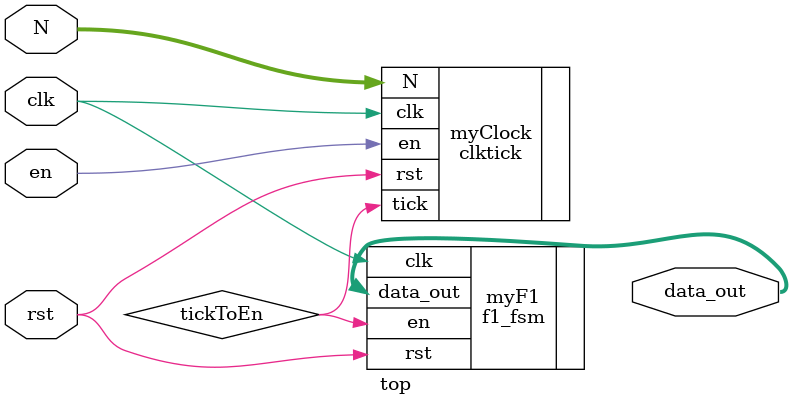
<source format=sv>
module top(
    input wire [15:0] N,
    input wire en,
    input wire rst,
    input wire clk,
    output wire [7:0] data_out
);

wire tickToEn;

clktick myClock(
    .clk (clk),
    .rst (rst),
    .en (en),
    .N (N),
    .tick (tickToEn)
);

f1_fsm myF1(
    .clk (clk),
    .rst (rst),
    .en (tickToEn),
    .data_out (data_out)
);



endmodule

</source>
